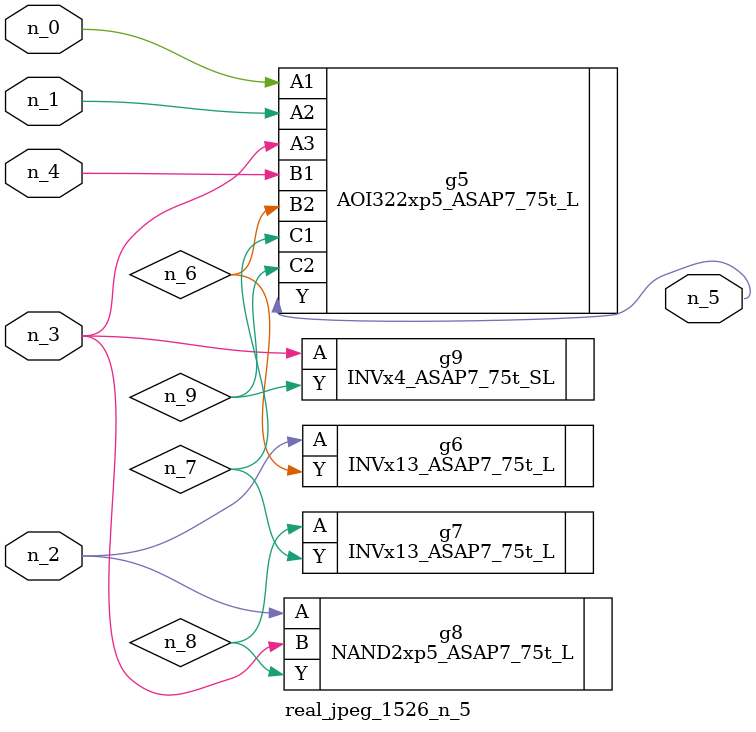
<source format=v>
module real_jpeg_1526_n_5 (n_4, n_0, n_1, n_2, n_3, n_5);

input n_4;
input n_0;
input n_1;
input n_2;
input n_3;

output n_5;

wire n_8;
wire n_6;
wire n_7;
wire n_9;

AOI322xp5_ASAP7_75t_L g5 ( 
.A1(n_0),
.A2(n_1),
.A3(n_3),
.B1(n_4),
.B2(n_6),
.C1(n_7),
.C2(n_9),
.Y(n_5)
);

INVx13_ASAP7_75t_L g6 ( 
.A(n_2),
.Y(n_6)
);

NAND2xp5_ASAP7_75t_L g8 ( 
.A(n_2),
.B(n_3),
.Y(n_8)
);

INVx4_ASAP7_75t_SL g9 ( 
.A(n_3),
.Y(n_9)
);

INVx13_ASAP7_75t_L g7 ( 
.A(n_8),
.Y(n_7)
);


endmodule
</source>
